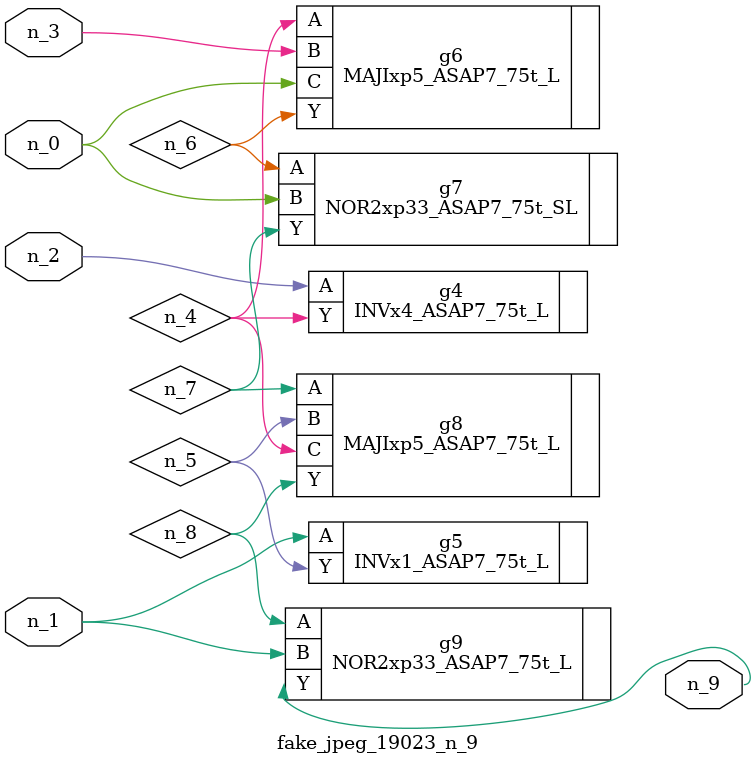
<source format=v>
module fake_jpeg_19023_n_9 (n_0, n_3, n_2, n_1, n_9);

input n_0;
input n_3;
input n_2;
input n_1;

output n_9;

wire n_4;
wire n_8;
wire n_6;
wire n_5;
wire n_7;

INVx4_ASAP7_75t_L g4 ( 
.A(n_2),
.Y(n_4)
);

INVx1_ASAP7_75t_L g5 ( 
.A(n_1),
.Y(n_5)
);

MAJIxp5_ASAP7_75t_L g6 ( 
.A(n_4),
.B(n_3),
.C(n_0),
.Y(n_6)
);

NOR2xp33_ASAP7_75t_SL g7 ( 
.A(n_6),
.B(n_0),
.Y(n_7)
);

MAJIxp5_ASAP7_75t_L g8 ( 
.A(n_7),
.B(n_5),
.C(n_4),
.Y(n_8)
);

NOR2xp33_ASAP7_75t_L g9 ( 
.A(n_8),
.B(n_1),
.Y(n_9)
);


endmodule
</source>
